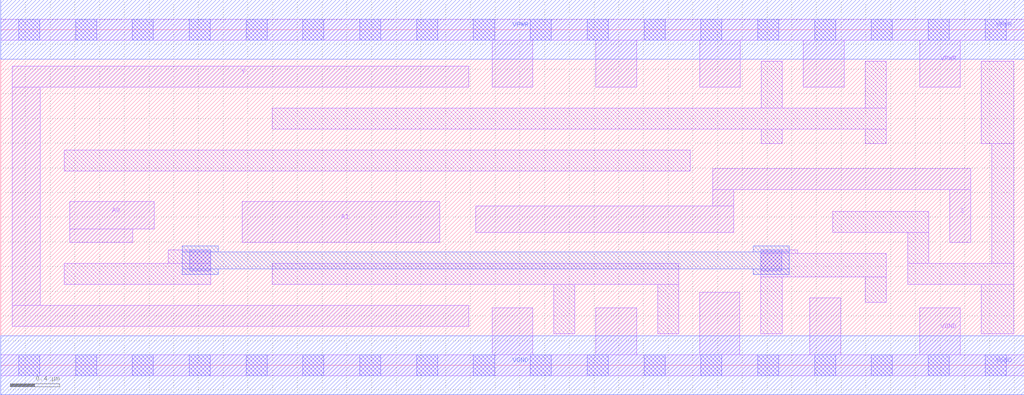
<source format=lef>
# Copyright 2020 The SkyWater PDK Authors
#
# Licensed under the Apache License, Version 2.0 (the "License");
# you may not use this file except in compliance with the License.
# You may obtain a copy of the License at
#
#     https://www.apache.org/licenses/LICENSE-2.0
#
# Unless required by applicable law or agreed to in writing, software
# distributed under the License is distributed on an "AS IS" BASIS,
# WITHOUT WARRANTIES OR CONDITIONS OF ANY KIND, either express or implied.
# See the License for the specific language governing permissions and
# limitations under the License.
#
# SPDX-License-Identifier: Apache-2.0

VERSION 5.7 ;
  NAMESCASESENSITIVE ON ;
  NOWIREEXTENSIONATPIN ON ;
  DIVIDERCHAR "/" ;
  BUSBITCHARS "[]" ;
UNITS
  DATABASE MICRONS 200 ;
END UNITS
MACRO sky130_fd_sc_hd__mux2i_4
  CLASS CORE ;
  SOURCE USER ;
  FOREIGN sky130_fd_sc_hd__mux2i_4 ;
  ORIGIN  0.000000  0.000000 ;
  SIZE  8.280000 BY  2.720000 ;
  SYMMETRY X Y R90 ;
  SITE unithd ;
  PIN A0
    ANTENNAGATEAREA  0.990000 ;
    DIRECTION INPUT ;
    USE SIGNAL ;
    PORT
      LAYER li1 ;
        RECT 0.560000 0.995000 1.070000 1.105000 ;
        RECT 0.560000 1.105000 1.240000 1.325000 ;
    END
  END A0
  PIN A1
    ANTENNAGATEAREA  0.990000 ;
    DIRECTION INPUT ;
    USE SIGNAL ;
    PORT
      LAYER li1 ;
        RECT 1.955000 0.995000 3.550000 1.325000 ;
    END
  END A1
  PIN S
    ANTENNAGATEAREA  1.237500 ;
    DIRECTION INPUT ;
    USE SIGNAL ;
    PORT
      LAYER li1 ;
        RECT 3.845000 1.075000 5.930000 1.290000 ;
        RECT 5.760000 1.290000 5.930000 1.425000 ;
        RECT 5.760000 1.425000 7.850000 1.595000 ;
        RECT 7.680000 0.995000 7.850000 1.425000 ;
    END
  END S
  PIN Y
    ANTENNADIFFAREA  2.194500 ;
    DIRECTION OUTPUT ;
    USE SIGNAL ;
    PORT
      LAYER li1 ;
        RECT 0.095000 0.315000 3.785000 0.485000 ;
        RECT 0.095000 0.485000 0.320000 2.255000 ;
        RECT 0.095000 2.255000 3.785000 2.425000 ;
    END
  END Y
  PIN VGND
    DIRECTION INOUT ;
    SHAPE ABUTMENT ;
    USE GROUND ;
    PORT
      LAYER li1 ;
        RECT 0.000000 -0.085000 8.280000 0.085000 ;
        RECT 3.975000  0.085000 4.305000 0.465000 ;
        RECT 4.815000  0.085000 5.145000 0.465000 ;
        RECT 5.655000  0.085000 5.980000 0.590000 ;
        RECT 6.545000  0.085000 6.795000 0.545000 ;
        RECT 7.435000  0.085000 7.765000 0.465000 ;
      LAYER mcon ;
        RECT 0.145000 -0.085000 0.315000 0.085000 ;
        RECT 0.605000 -0.085000 0.775000 0.085000 ;
        RECT 1.065000 -0.085000 1.235000 0.085000 ;
        RECT 1.525000 -0.085000 1.695000 0.085000 ;
        RECT 1.985000 -0.085000 2.155000 0.085000 ;
        RECT 2.445000 -0.085000 2.615000 0.085000 ;
        RECT 2.905000 -0.085000 3.075000 0.085000 ;
        RECT 3.365000 -0.085000 3.535000 0.085000 ;
        RECT 3.825000 -0.085000 3.995000 0.085000 ;
        RECT 4.285000 -0.085000 4.455000 0.085000 ;
        RECT 4.745000 -0.085000 4.915000 0.085000 ;
        RECT 5.205000 -0.085000 5.375000 0.085000 ;
        RECT 5.665000 -0.085000 5.835000 0.085000 ;
        RECT 6.125000 -0.085000 6.295000 0.085000 ;
        RECT 6.585000 -0.085000 6.755000 0.085000 ;
        RECT 7.045000 -0.085000 7.215000 0.085000 ;
        RECT 7.505000 -0.085000 7.675000 0.085000 ;
        RECT 7.965000 -0.085000 8.135000 0.085000 ;
      LAYER met1 ;
        RECT 0.000000 -0.240000 8.280000 0.240000 ;
    END
  END VGND
  PIN VPWR
    DIRECTION INOUT ;
    SHAPE ABUTMENT ;
    USE POWER ;
    PORT
      LAYER li1 ;
        RECT 0.000000 2.635000 8.280000 2.805000 ;
        RECT 3.975000 2.255000 4.305000 2.635000 ;
        RECT 4.815000 2.255000 5.145000 2.635000 ;
        RECT 5.655000 2.255000 5.985000 2.635000 ;
        RECT 6.495000 2.255000 6.825000 2.635000 ;
        RECT 7.435000 2.255000 7.765000 2.635000 ;
      LAYER mcon ;
        RECT 0.145000 2.635000 0.315000 2.805000 ;
        RECT 0.605000 2.635000 0.775000 2.805000 ;
        RECT 1.065000 2.635000 1.235000 2.805000 ;
        RECT 1.525000 2.635000 1.695000 2.805000 ;
        RECT 1.985000 2.635000 2.155000 2.805000 ;
        RECT 2.445000 2.635000 2.615000 2.805000 ;
        RECT 2.905000 2.635000 3.075000 2.805000 ;
        RECT 3.365000 2.635000 3.535000 2.805000 ;
        RECT 3.825000 2.635000 3.995000 2.805000 ;
        RECT 4.285000 2.635000 4.455000 2.805000 ;
        RECT 4.745000 2.635000 4.915000 2.805000 ;
        RECT 5.205000 2.635000 5.375000 2.805000 ;
        RECT 5.665000 2.635000 5.835000 2.805000 ;
        RECT 6.125000 2.635000 6.295000 2.805000 ;
        RECT 6.585000 2.635000 6.755000 2.805000 ;
        RECT 7.045000 2.635000 7.215000 2.805000 ;
        RECT 7.505000 2.635000 7.675000 2.805000 ;
        RECT 7.965000 2.635000 8.135000 2.805000 ;
      LAYER met1 ;
        RECT 0.000000 2.480000 8.280000 2.960000 ;
    END
  END VPWR
  OBS
    LAYER li1 ;
      RECT 0.515000 0.655000 1.700000 0.825000 ;
      RECT 0.515000 1.575000 5.580000 1.745000 ;
      RECT 1.355000 0.825000 1.700000 0.935000 ;
      RECT 2.195000 0.655000 5.485000 0.825000 ;
      RECT 2.195000 1.915000 7.165000 2.085000 ;
      RECT 4.475000 0.255000 4.645000 0.655000 ;
      RECT 5.315000 0.255000 5.485000 0.655000 ;
      RECT 6.150000 0.255000 6.325000 0.715000 ;
      RECT 6.150000 0.715000 7.165000 0.905000 ;
      RECT 6.150000 0.905000 6.450000 0.935000 ;
      RECT 6.155000 1.795000 6.325000 1.915000 ;
      RECT 6.155000 2.085000 6.325000 2.465000 ;
      RECT 6.730000 1.075000 7.510000 1.245000 ;
      RECT 6.995000 0.510000 7.165000 0.715000 ;
      RECT 6.995000 1.795000 7.165000 1.915000 ;
      RECT 6.995000 2.085000 7.165000 2.465000 ;
      RECT 7.340000 0.655000 8.195000 0.825000 ;
      RECT 7.340000 0.825000 7.510000 1.075000 ;
      RECT 7.935000 0.255000 8.195000 0.655000 ;
      RECT 7.935000 1.795000 8.195000 2.465000 ;
      RECT 8.020000 0.825000 8.195000 1.795000 ;
    LAYER mcon ;
      RECT 1.530000 0.765000 1.700000 0.935000 ;
      RECT 6.150000 0.765000 6.320000 0.935000 ;
    LAYER met1 ;
      RECT 1.470000 0.735000 1.760000 0.780000 ;
      RECT 1.470000 0.780000 6.380000 0.920000 ;
      RECT 1.470000 0.920000 1.760000 0.965000 ;
      RECT 6.090000 0.735000 6.380000 0.780000 ;
      RECT 6.090000 0.920000 6.380000 0.965000 ;
  END
END sky130_fd_sc_hd__mux2i_4
END LIBRARY

</source>
